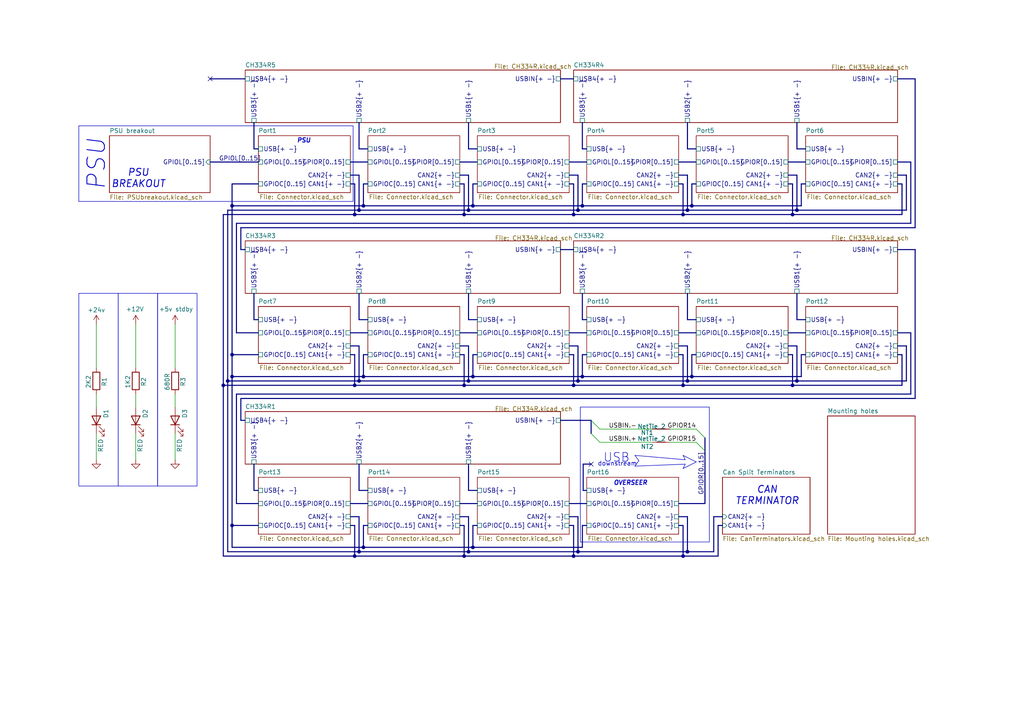
<source format=kicad_sch>
(kicad_sch (version 20231120) (generator "eeschema") (generator_version "8.0")
  (paper "A4")
  (title_block (title "ModuCard Active Backplane") (date "2024-11-15") (rev "A") (company "ModuCard System") (comment 1 "Artem Horiunov"))
  (lib_symbols
    (symbol "Device:LED" (pin_numbers hide) (pin_names (offset 1.016) hide)
      (property "Reference" "D" (at 0 2.54 0))
      (property "Value" "LED" (at 0 -2.54 0))
      (symbol "LED_0_1"
        (polyline (pts (xy -1.27 -1.27) (xy -1.27 1.27)) (stroke (width 0.254)))
        (polyline (pts (xy -1.27 0) (xy 1.27 0)))
        (polyline (pts (xy 1.27 -1.27) (xy 1.27 1.27) (xy -1.27 0) (xy 1.27 -1.27)) (stroke (width 0.254)))
        (polyline (pts (xy -3.048 -0.762) (xy -4.572 -2.286) (xy -3.81 -2.286) (xy -4.572 -2.286) (xy -4.572 -1.524)))
        (polyline (pts (xy -1.778 -0.762) (xy -3.302 -2.286) (xy -2.54 -2.286) (xy -3.302 -2.286) (xy -3.302 -1.524)))
      )
      (symbol "LED_1_1"
        (pin passive line (at -3.81 0 0) (length 2.54) (name "K") (number "1"))
        (pin passive line (at 3.81 0 180) (length 2.54) (name "A") (number "2"))
      )
    )
    (symbol "Device:NetTie_2" (pin_numbers hide) (pin_names (offset 0) hide) (in_bom no)
      (property "Reference" "NT" (at 0 1.27 0))
      (property "Value" "NetTie_2" (at 0 -1.27 0))
      (symbol "NetTie_2_0_1"
        (polyline (pts (xy -1.27 0) (xy 1.27 0)) (stroke (width 0.254)))
      )
      (symbol "NetTie_2_1_1"
        (pin passive line (at -2.54 0 0) (length 2.54) (name "1") (number "1"))
        (pin passive line (at 2.54 0 180) (length 2.54) (name "2") (number "2"))
      )
    )
    (symbol "Device:R" (pin_numbers hide) (pin_names (offset 0))
      (property "Reference" "R" (at 2.032 0 90))
      (property "Value" "R" (at 0 0 90))
      (symbol "R_0_1"
        (rectangle (start -1.016 -2.54) (end 1.016 2.54) (stroke (width 0.254)))
      )
      (symbol "R_1_1"
        (pin passive line (at 0 3.81 270) (length 1.27) (name "~") (number "1"))
        (pin passive line (at 0 -3.81 90) (length 1.27) (name "~") (number "2"))
      )
    )
    (symbol "power:+12V" (power) (pin_numbers hide) (pin_names (offset 0) hide)
      (property "Value" "+12V" (at 0 3.556 0))
      (symbol "+12V_0_1"
        (polyline (pts (xy -0.762 1.27) (xy 0 2.54)))
        (polyline (pts (xy 0 0) (xy 0 2.54)))
        (polyline (pts (xy 0 2.54) (xy 0.762 1.27)))
      )
      (symbol "+12V_1_1"
        (pin power_in line (at 0 0 90) (length 0) (name "~") (number "1"))
      )
    )
    (symbol "power:GND" (power) (pin_numbers hide) (pin_names (offset 0) hide)
      (property "Value" "GND" (at 0 -3.81 0))
      (symbol "GND_0_1"
        (polyline (pts (xy 0 0) (xy 0 -1.27) (xy 1.27 -1.27) (xy 0 -2.54) (xy -1.27 -1.27) (xy 0 -1.27)))
      )
      (symbol "GND_1_1"
        (pin power_in line (at 0 0 270) (length 0) (name "~") (number "1"))
      )
    )
  )
  (junction (at 67.31 109.22))
  (junction (at 199.39 110.49))
  (junction (at 166.37 62.23))
  (junction (at 105.41 158.75))
  (junction (at 198.12 161.29))
  (junction (at 102.87 111.76))
  (junction (at 104.14 110.49))
  (junction (at 104.14 60.96))
  (junction (at 67.31 59.69))
  (junction (at 199.39 60.96))
  (junction (at 135.89 60.96))
  (junction (at 168.91 109.22))
  (junction (at 137.16 158.75))
  (junction (at 135.89 110.49))
  (junction (at 200.66 109.22))
  (junction (at 64.77 111.76))
  (junction (at 134.62 62.23))
  (junction (at 199.39 160.02))
  (junction (at 67.31 102.87))
  (junction (at 200.66 59.69))
  (junction (at 231.14 110.49))
  (junction (at 66.04 110.49))
  (junction (at 137.16 59.69))
  (junction (at 104.14 160.02))
  (junction (at 166.37 161.29))
  (junction (at 229.87 62.23))
  (junction (at 167.64 60.96))
  (junction (at 231.14 60.96))
  (junction (at 134.62 111.76))
  (junction (at 137.16 109.22))
  (junction (at 198.12 62.23))
  (junction (at 102.87 62.23))
  (junction (at 229.87 111.76))
  (junction (at 167.64 110.49))
  (junction (at 166.37 111.76))
  (junction (at 134.62 161.29))
  (junction (at 105.41 109.22))
  (junction (at 168.91 59.69))
  (junction (at 198.12 111.76))
  (junction (at 105.41 59.69))
  (junction (at 67.31 152.4))
  (junction (at 102.87 161.29))
  (junction (at 167.64 160.02))
  (junction (at 135.89 160.02))
  (no_connect (at 60.96 22.86))
  (no_connect (at 171.45 134.62))
  (bus_entry (at 171.45 125.73) (size 2.54 2.54))
  (bus_entry (at 204.47 130.81) (size -2.54 -2.54))
  (bus_entry (at 171.45 121.92) (size 2.54 2.54))
  (bus_entry (at 204.47 127) (size -2.54 -2.54))
  (bus (pts (xy 167.64 149.86) (xy 167.64 160.02)))
  (bus (pts (xy 66.04 160.02) (xy 104.14 160.02)))
  (bus (pts (xy 165.1 46.99) (xy 170.18 46.99)))
  (bus (pts (xy 135.89 110.49) (xy 167.64 110.49)))
  (bus (pts (xy 165.1 96.52) (xy 170.18 96.52)))
  (bus (pts (xy 166.37 53.34) (xy 166.37 62.23)))
  (bus (pts (xy 67.31 59.69) (xy 105.41 59.69)))
  (bus (pts (xy 198.12 102.87) (xy 198.12 111.76)))
  (bus (pts (xy 261.62 111.76) (xy 261.62 102.87)))
  (wire (pts (xy 27.94 125.73) (xy 27.94 133.35)))
  (bus (pts (xy 229.87 62.23) (xy 198.12 62.23)))
  (wire (pts (xy 39.37 114.3) (xy 39.37 118.11)))
  (bus (pts (xy 135.89 60.96) (xy 167.64 60.96)))
  (bus (pts (xy 104.14 35.56) (xy 104.14 43.18)))
  (bus (pts (xy 264.16 114.3) (xy 68.58 114.3)))
  (bus (pts (xy 232.41 53.34) (xy 232.41 59.69)))
  (bus (pts (xy 165.1 100.33) (xy 167.64 100.33)))
  (wire (pts (xy 39.37 125.73) (xy 39.37 133.35)))
  (bus (pts (xy 104.14 92.71) (xy 106.68 92.71)))
  (bus (pts (xy 165.1 146.05) (xy 170.18 146.05)))
  (bus (pts (xy 102.87 53.34) (xy 102.87 62.23)))
  (bus (pts (xy 68.58 114.3) (xy 68.58 146.05)))
  (bus (pts (xy 228.6 50.8) (xy 231.14 50.8)))
  (bus (pts (xy 101.6 100.33) (xy 104.14 100.33)))
  (bus (pts (xy 232.41 102.87) (xy 232.41 109.22)))
  (bus (pts (xy 102.87 161.29) (xy 64.77 161.29)))
  (bus (pts (xy 134.62 152.4) (xy 134.62 161.29)))
  (bus (pts (xy 73.66 134.62) (xy 73.66 142.24)))
  (bus (pts (xy 231.14 100.33) (xy 231.14 110.49)))
  (bus (pts (xy 207.01 149.86) (xy 209.55 149.86)))
  (bus (pts (xy 199.39 100.33) (xy 199.39 110.49)))
  (bus (pts (xy 207.01 160.02) (xy 207.01 149.86)))
  (bus (pts (xy 264.16 96.52) (xy 260.35 96.52)))
  (bus (pts (xy 73.66 35.56) (xy 73.66 43.18)))
  (bus (pts (xy 168.91 158.75) (xy 137.16 158.75)))
  (bus (pts (xy 106.68 53.34) (xy 105.41 53.34)))
  (bus (pts (xy 134.62 53.34) (xy 134.62 62.23)))
  (bus (pts (xy 167.64 110.49) (xy 199.39 110.49)))
  (bus (pts (xy 200.66 109.22) (xy 168.91 109.22)))
  (bus (pts (xy 199.39 110.49) (xy 231.14 110.49)))
  (bus (pts (xy 228.6 100.33) (xy 231.14 100.33)))
  (bus (pts (xy 229.87 111.76) (xy 198.12 111.76)))
  (bus (pts (xy 104.14 50.8) (xy 104.14 60.96)))
  (bus (pts (xy 104.14 60.96) (xy 66.04 60.96)))
  (bus (pts (xy 165.1 152.4) (xy 166.37 152.4)))
  (bus (pts (xy 167.64 100.33) (xy 167.64 110.49)))
  (bus (pts (xy 201.93 102.87) (xy 200.66 102.87)))
  (bus (pts (xy 105.41 102.87) (xy 105.41 109.22)))
  (bus (pts (xy 168.91 43.18) (xy 170.18 43.18)))
  (bus (pts (xy 208.28 152.4) (xy 208.28 161.29)))
  (bus (pts (xy 135.89 50.8) (xy 135.89 60.96)))
  (bus (pts (xy 198.12 161.29) (xy 166.37 161.29)))
  (polyline (pts (xy 198.12 135.89) (xy 201.93 133.985)))
  (polyline (pts (xy 185.293 133.604) (xy 184.1667 135.1963)))
  (bus (pts (xy 167.64 50.8) (xy 167.64 60.96)))
  (bus (pts (xy 138.43 53.34) (xy 137.16 53.34)))
  (wire (pts (xy 27.94 106.68) (xy 27.94 93.98)))
  (bus (pts (xy 133.35 146.05) (xy 138.43 146.05)))
  (bus (pts (xy 170.18 102.87) (xy 168.91 102.87)))
  (bus (pts (xy 101.6 96.52) (xy 106.68 96.52)))
  (bus (pts (xy 134.62 102.87) (xy 134.62 111.76)))
  (bus (pts (xy 231.14 60.96) (xy 262.89 60.96)))
  (bus (pts (xy 69.85 115.57) (xy 265.43 115.57)))
  (bus (pts (xy 135.89 35.56) (xy 135.89 43.18)))
  (bus (pts (xy 231.14 110.49) (xy 262.89 110.49)))
  (bus (pts (xy 198.12 53.34) (xy 198.12 62.23)))
  (polyline (pts (xy 198.12 132.08) (xy 198.755 133.35)))
  (bus (pts (xy 204.47 127) (xy 204.47 130.81)))
  (bus (pts (xy 165.1 50.8) (xy 167.64 50.8)))
  (bus (pts (xy 233.68 53.34) (xy 232.41 53.34)))
  (bus (pts (xy 133.35 149.86) (xy 135.89 149.86)))
  (bus (pts (xy 134.62 62.23) (xy 102.87 62.23)))
  (bus (pts (xy 166.37 152.4) (xy 166.37 161.29)))
  (bus (pts (xy 104.14 85.09) (xy 104.14 92.71)))
  (bus (pts (xy 133.35 102.87) (xy 134.62 102.87)))
  (bus (pts (xy 106.68 152.4) (xy 105.41 152.4)))
  (bus (pts (xy 169.1525 134.62) (xy 171.45 134.62)))
  (bus (pts (xy 262.89 100.33) (xy 260.35 100.33)))
  (bus (pts (xy 105.41 53.34) (xy 105.41 59.69)))
  (bus (pts (xy 104.14 134.62) (xy 104.14 142.24)))
  (polyline (pts (xy 198.755 134.62) (xy 198.12 135.89)))
  (bus (pts (xy 104.14 149.86) (xy 104.14 160.02)))
  (bus (pts (xy 231.14 43.18) (xy 233.68 43.18)))
  (bus (pts (xy 162.56 72.39) (xy 166.37 72.39)))
  (bus (pts (xy 209.55 152.4) (xy 208.28 152.4)))
  (bus (pts (xy 166.37 62.23) (xy 134.62 62.23)))
  (bus (pts (xy 265.43 72.39) (xy 260.35 72.39)))
  (bus (pts (xy 138.43 102.87) (xy 137.16 102.87)))
  (bus (pts (xy 196.85 149.86) (xy 199.39 149.86)))
  (bus (pts (xy 169.1525 142.24) (xy 169.1525 134.62)))
  (bus (pts (xy 66.04 110.49) (xy 66.04 160.02)))
  (bus (pts (xy 137.16 109.22) (xy 105.41 109.22)))
  (bus (pts (xy 166.37 111.76) (xy 134.62 111.76)))
  (bus (pts (xy 200.66 102.87) (xy 200.66 109.22)))
  (bus (pts (xy 228.6 46.99) (xy 233.68 46.99)))
  (bus (pts (xy 229.87 111.76) (xy 261.62 111.76)))
  (bus (pts (xy 104.14 60.96) (xy 135.89 60.96)))
  (bus (pts (xy 265.43 66.04) (xy 265.43 22.86)))
  (bus (pts (xy 196.85 100.33) (xy 199.39 100.33)))
  (bus (pts (xy 231.14 50.8) (xy 231.14 60.96)))
  (bus (pts (xy 104.14 142.24) (xy 106.68 142.24)))
  (bus (pts (xy 198.12 111.76) (xy 166.37 111.76)))
  (bus (pts (xy 167.64 160.02) (xy 199.39 160.02)))
  (bus (pts (xy 67.31 102.87) (xy 67.31 59.69)))
  (bus (pts (xy 199.39 43.18) (xy 201.93 43.18)))
  (bus (pts (xy 135.89 134.62) (xy 135.89 142.24)))
  (bus (pts (xy 168.91 102.87) (xy 168.91 109.22)))
  (bus (pts (xy 105.41 158.75) (xy 67.31 158.75)))
  (bus (pts (xy 262.89 50.8) (xy 260.35 50.8)))
  (bus (pts (xy 60.96 46.99) (xy 74.93 46.99)))
  (bus (pts (xy 200.66 59.69) (xy 168.91 59.69)))
  (bus (pts (xy 196.85 146.05) (xy 204.47 146.05)))
  (bus (pts (xy 134.62 111.76) (xy 102.87 111.76)))
  (bus (pts (xy 228.6 96.52) (xy 233.68 96.52)))
  (bus (pts (xy 104.14 110.49) (xy 135.89 110.49)))
  (bus (pts (xy 67.31 53.34) (xy 67.31 59.69)))
  (bus (pts (xy 60.96 22.86) (xy 71.12 22.86)))
  (bus (pts (xy 73.66 85.09) (xy 73.66 92.71)))
  (bus (pts (xy 199.39 50.8) (xy 199.39 60.96)))
  (bus (pts (xy 204.47 130.81) (xy 204.47 146.05)))
  (bus (pts (xy 133.35 46.99) (xy 138.43 46.99)))
  (polyline (pts (xy 184.1667 135.1963) (xy 198.755 134.62)))
  (bus (pts (xy 133.35 53.34) (xy 134.62 53.34)))
  (bus (pts (xy 170.18 142.24) (xy 169.1525 142.24)))
  (bus (pts (xy 71.12 72.39) (xy 69.85 72.39)))
  (bus (pts (xy 260.35 53.34) (xy 261.62 53.34)))
  (bus (pts (xy 199.39 85.09) (xy 199.39 92.71)))
  (bus (pts (xy 168.91 92.71) (xy 170.18 92.71)))
  (bus (pts (xy 228.6 53.34) (xy 229.87 53.34)))
  (bus (pts (xy 196.85 46.99) (xy 201.93 46.99)))
  (bus (pts (xy 264.16 114.3) (xy 264.16 96.52)))
  (bus (pts (xy 66.04 60.96) (xy 66.04 110.49)))
  (bus (pts (xy 229.87 53.34) (xy 229.87 62.23)))
  (bus (pts (xy 64.77 111.76) (xy 64.77 62.23)))
  (wire (pts (xy 50.8 106.68) (xy 50.8 93.98)))
  (bus (pts (xy 165.1 102.87) (xy 166.37 102.87)))
  (bus (pts (xy 228.6 102.87) (xy 229.87 102.87)))
  (bus (pts (xy 64.77 161.29) (xy 64.77 111.76)))
  (bus (pts (xy 166.37 161.29) (xy 134.62 161.29)))
  (bus (pts (xy 133.35 100.33) (xy 135.89 100.33)))
  (bus (pts (xy 73.66 43.18) (xy 74.93 43.18)))
  (bus (pts (xy 69.85 66.04) (xy 265.43 66.04)))
  (bus (pts (xy 104.14 160.02) (xy 135.89 160.02)))
  (bus (pts (xy 166.37 102.87) (xy 166.37 111.76)))
  (bus (pts (xy 67.31 152.4) (xy 67.31 109.22)))
  (bus (pts (xy 137.16 158.75) (xy 105.41 158.75)))
  (bus (pts (xy 106.68 102.87) (xy 105.41 102.87)))
  (bus (pts (xy 135.89 149.86) (xy 135.89 160.02)))
  (wire (pts (xy 50.8 114.3) (xy 50.8 118.11)))
  (bus (pts (xy 102.87 102.87) (xy 102.87 111.76)))
  (bus (pts (xy 67.31 158.75) (xy 67.31 152.4)))
  (bus (pts (xy 101.6 50.8) (xy 104.14 50.8)))
  (bus (pts (xy 168.91 109.22) (xy 137.16 109.22)))
  (bus (pts (xy 233.68 102.87) (xy 232.41 102.87)))
  (bus (pts (xy 170.18 53.34) (xy 168.91 53.34)))
  (bus (pts (xy 201.93 53.34) (xy 200.66 53.34)))
  (bus (pts (xy 135.89 92.71) (xy 138.43 92.71)))
  (bus (pts (xy 231.14 35.56) (xy 231.14 43.18)))
  (bus (pts (xy 67.31 109.22) (xy 67.31 102.87)))
  (bus (pts (xy 101.6 102.87) (xy 102.87 102.87)))
  (bus (pts (xy 74.93 53.34) (xy 67.31 53.34)))
  (bus (pts (xy 137.16 59.69) (xy 105.41 59.69)))
  (bus (pts (xy 232.41 109.22) (xy 200.66 109.22)))
  (bus (pts (xy 101.6 152.4) (xy 102.87 152.4)))
  (bus (pts (xy 229.87 62.23) (xy 261.62 62.23)))
  (bus (pts (xy 68.58 146.05) (xy 74.93 146.05)))
  (bus (pts (xy 261.62 62.23) (xy 261.62 53.34)))
  (bus (pts (xy 199.39 92.71) (xy 201.93 92.71)))
  (bus (pts (xy 167.64 60.96) (xy 199.39 60.96)))
  (bus (pts (xy 133.35 50.8) (xy 135.89 50.8)))
  (bus (pts (xy 264.16 46.99) (xy 264.16 64.77)))
  (bus (pts (xy 102.87 152.4) (xy 102.87 161.29)))
  (bus (pts (xy 138.43 152.4) (xy 137.16 152.4)))
  (bus (pts (xy 165.1 53.34) (xy 166.37 53.34)))
  (bus (pts (xy 199.39 149.86) (xy 199.39 160.02)))
  (bus (pts (xy 64.77 62.23) (xy 102.87 62.23)))
  (bus (pts (xy 170.18 152.4) (xy 168.91 152.4)))
  (wire (pts (xy 27.94 114.3) (xy 27.94 118.11)))
  (wire (pts (xy 50.8 125.73) (xy 50.8 133.35)))
  (bus (pts (xy 262.89 110.49) (xy 262.89 100.33)))
  (bus (pts (xy 196.85 96.52) (xy 201.93 96.52)))
  (bus (pts (xy 133.35 152.4) (xy 134.62 152.4)))
  (bus (pts (xy 135.89 160.02) (xy 167.64 160.02)))
  (bus (pts (xy 168.91 152.4) (xy 168.91 158.75)))
  (bus (pts (xy 265.43 115.57) (xy 265.43 72.39)))
  (bus (pts (xy 162.56 121.92) (xy 171.45 121.92)))
  (bus (pts (xy 168.91 53.34) (xy 168.91 59.69)))
  (bus (pts (xy 199.39 60.96) (xy 231.14 60.96)))
  (bus (pts (xy 198.12 62.23) (xy 166.37 62.23)))
  (bus (pts (xy 196.85 102.87) (xy 198.12 102.87)))
  (wire (pts (xy 201.93 128.27) (xy 194.31 128.27)))
  (bus (pts (xy 232.41 59.69) (xy 200.66 59.69)))
  (bus (pts (xy 68.58 64.77) (xy 68.58 96.52)))
  (bus (pts (xy 135.89 142.24) (xy 138.43 142.24)))
  (bus (pts (xy 135.89 100.33) (xy 135.89 110.49)))
  (bus (pts (xy 165.1 149.86) (xy 167.64 149.86)))
  (wire (pts (xy 39.37 106.68) (xy 39.37 93.98)))
  (bus (pts (xy 133.35 96.52) (xy 138.43 96.52)))
  (bus (pts (xy 101.6 53.34) (xy 102.87 53.34)))
  (bus (pts (xy 208.28 161.29) (xy 198.12 161.29)))
  (bus (pts (xy 105.41 152.4) (xy 105.41 158.75)))
  (polyline (pts (xy 184.15 132.08) (xy 185.293 133.604)))
  (bus (pts (xy 135.89 43.18) (xy 138.43 43.18)))
  (bus (pts (xy 137.16 53.34) (xy 137.16 59.69)))
  (bus (pts (xy 67.31 102.87) (xy 74.93 102.87)))
  (bus (pts (xy 264.16 64.77) (xy 68.58 64.77)))
  (polyline (pts (xy 201.93 133.985) (xy 198.12 132.08)))
  (bus (pts (xy 104.14 100.33) (xy 104.14 110.49)))
  (bus (pts (xy 134.62 161.29) (xy 102.87 161.29)))
  (bus (pts (xy 199.39 160.02) (xy 207.01 160.02)))
  (bus (pts (xy 196.85 50.8) (xy 199.39 50.8)))
  (bus (pts (xy 73.66 92.71) (xy 74.93 92.71)))
  (bus (pts (xy 69.85 121.92) (xy 69.85 115.57)))
  (bus (pts (xy 262.89 60.96) (xy 262.89 50.8)))
  (wire (pts (xy 194.31 124.46) (xy 201.93 124.46)))
  (bus (pts (xy 73.66 142.24) (xy 74.93 142.24)))
  (bus (pts (xy 101.6 46.99) (xy 106.68 46.99)))
  (bus (pts (xy 196.85 53.34) (xy 198.12 53.34)))
  (bus (pts (xy 162.56 22.86) (xy 166.37 22.86)))
  (bus (pts (xy 66.04 110.49) (xy 104.14 110.49)))
  (bus (pts (xy 231.14 92.71) (xy 233.68 92.71)))
  (wire (pts (xy 173.99 128.27) (xy 189.23 128.27)))
  (bus (pts (xy 137.16 102.87) (xy 137.16 109.22)))
  (bus (pts (xy 67.31 152.4) (xy 74.93 152.4)))
  (bus (pts (xy 199.39 35.56) (xy 199.39 43.18)))
  (bus (pts (xy 71.12 121.92) (xy 69.85 121.92)))
  (bus (pts (xy 260.35 46.99) (xy 264.16 46.99)))
  (bus (pts (xy 101.6 149.86) (xy 104.14 149.86)))
  (wire (pts (xy 173.99 124.46) (xy 189.23 124.46)))
  (bus (pts (xy 69.85 72.39) (xy 69.85 66.04)))
  (bus (pts (xy 104.14 43.18) (xy 106.68 43.18)))
  (bus (pts (xy 168.91 85.09) (xy 168.91 92.71)))
  (bus (pts (xy 168.91 35.56) (xy 168.91 43.18)))
  (bus (pts (xy 102.87 111.76) (xy 64.77 111.76)))
  (bus (pts (xy 135.89 85.09) (xy 135.89 92.71)))
  (bus (pts (xy 231.14 85.09) (xy 231.14 92.71)))
  (bus (pts (xy 200.66 53.34) (xy 200.66 59.69)))
  (bus (pts (xy 229.87 102.87) (xy 229.87 111.76)))
  (bus (pts (xy 260.35 102.87) (xy 261.62 102.87)))
  (bus (pts (xy 198.12 152.4) (xy 198.12 161.29)))
  (bus (pts (xy 168.91 59.69) (xy 137.16 59.69)))
  (polyline (pts (xy 198.755 133.35) (xy 184.15 132.08)))
  (bus (pts (xy 68.58 96.52) (xy 74.93 96.52)))
  (bus (pts (xy 265.43 22.86) (xy 260.35 22.86)))
  (bus (pts (xy 105.41 109.22) (xy 67.31 109.22)))
  (bus (pts (xy 101.6 146.05) (xy 106.68 146.05)))
  (bus (pts (xy 196.85 152.4) (xy 198.12 152.4)))
  (bus (pts (xy 171.45 121.92) (xy 171.45 125.73)))
  (bus (pts (xy 137.16 152.4) (xy 137.16 158.75)))
  (rectangle (start 168.3111 118.0625) (end 205.74 157.1978))
  (rectangle (start 34.29 85.09) (end 45.72 140.97))
  (rectangle (start 45.72 85.09) (end 57.15 140.97))
  (rectangle (start 22.86 85.09) (end 34.29 140.97))
  (rectangle (start 22.86 36.4964) (end 102.4215 58.42))
  (text "OVERSEER" (at 182.88 140.208 0) (effects (font (size 1.27 1.27) (thickness 0.254) (bold yes) (italic yes))))
  (text "PSU" (at 27.94 47.752 90) (effects (font (size 5.08 5.08) (thickness 0.254) (bold yes) (italic yes))))
  (text "PSU" (at 88.138 40.894 0) (effects (font (size 1.27 1.27) (thickness 0.254) (bold yes) (italic yes))))
  (text "downstream" (at 179.07 134.62 0) (effects (font (size 1.27 1.27))))
  (text "PSU\nBREAKOUT" (at 40.132 51.816 0) (effects (font (size 2.032 2.032) (thickness 0.254) (bold yes) (italic yes))))
  (text "CAN\nTERMINATOR\n" (at 222.504 143.764 0) (effects (font (size 2.032 2.032) (thickness 0.254) (bold yes) (italic yes))))
  (text "USB\n" (at 178.816 132.842 0) (effects (font (size 2.54 2.54))))
  (label "USBIN.+" (at 176.53 128.27 0))
  (label "USBIN.-" (at 176.53 124.46 0))
  (label "GPIOL[0..15]" (at 63.5 46.99 0))
  (label "GPIOR14" (at 201.93 124.46 180))
  (label "GPIOR15" (at 201.93 128.27 180))
  (label "GPIOR[0..15]" (at 204.47 143.51 90))
  (symbol (lib_id "power:+12V") (at 27.94 93.98 0) (mirror y) (unit 1)
    (property "Reference" "#PWR01" (effects (hide yes)))
    (property "Value" "+24v" (at 27.94 89.916 0))
    (property "Description" "Power symbol creates a global label with name \"+12V\"" (effects (hide yes)))
  )
  (symbol (lib_id "Device:R") (at 27.94 110.49 0) (unit 1)
    (property "Reference" "R1" (at 30.226 110.744 90))
    (property "Value" "2K2" (at 25.654 110.744 90))
    (property "Footprint" "Resistor_SMD:R_0402_1005Metric" (effects (hide yes)))
    (property "Description" "Resistor" (effects (hide yes)))
  )
  (symbol (lib_id "Device:R") (at 50.8 110.49 0) (unit 1)
    (property "Reference" "R3" (at 53.086 110.744 90))
    (property "Value" "680R" (at 48.514 110.744 90))
    (property "Footprint" "Resistor_SMD:R_0402_1005Metric" (effects (hide yes)))
    (property "Description" "Resistor" (effects (hide yes)))
  )
  (symbol (lib_id "power:+12V") (at 50.8 93.98 0) (unit 1)
    (property "Reference" "#PWR03" (effects (hide yes)))
    (property "Value" "+5v stdby" (at 51.054 89.662 0))
    (property "Description" "Power symbol creates a global label with name \"+12V\"" (effects (hide yes)))
  )
  (symbol (lib_id "power:GND") (at 50.8 133.35 0) (unit 1)
    (property "Reference" "#PWR06" (effects (hide yes)))
    (property "Value" "GND" (effects (hide yes)))
  )
  (symbol (lib_id "Device:LED") (at 27.94 121.92 90) (unit 1)
    (property "Reference" "D1" (at 30.734 118.618 0) (effects (justify right)))
    (property "Value" "RED" (at 29.21 127.254 0) (effects (justify right)))
    (property "Footprint" "Diode_SMD:D_0402_1005Metric" (effects (hide yes)))
    (property "Description" "Light emitting diode" (effects (hide yes)))
  )
  (symbol (lib_id "Device:LED") (at 39.37 121.92 90) (unit 1)
    (property "Reference" "D2" (at 42.164 118.618 0) (effects (justify right)))
    (property "Value" "RED" (at 40.64 127.254 0) (effects (justify right)))
    (property "Footprint" "Diode_SMD:D_0402_1005Metric" (effects (hide yes)))
    (property "Description" "Light emitting diode" (effects (hide yes)))
  )
  (symbol (lib_id "power:GND") (at 39.37 133.35 0) (unit 1)
    (property "Reference" "#PWR05" (effects (hide yes)))
    (property "Value" "GND" (effects (hide yes)))
  )
  (symbol (lib_id "power:+12V") (at 39.37 93.98 0) (mirror y) (unit 1)
    (property "Reference" "#PWR02" (effects (hide yes)))
    (property "Value" "+12V" (at 39.116 89.662 0))
    (property "Description" "Power symbol creates a global label with name \"+12V\"" (effects (hide yes)))
  )
  (symbol (lib_id "Device:NetTie_2") (at 191.77 124.46 0) (unit 1) (in_bom no)
    (property "Reference" "NT1" (at 187.706 125.476 0))
    (property "Value" "NetTie_2" (at 188.976 123.698 0))
    (property "Footprint" "NetTie:NetTie-2_SMD_Pad0.5mm" (effects (hide yes)))
    (property "Description" "Net tie, 2 pins" (effects (hide yes)))
  )
  (symbol (lib_id "power:GND") (at 27.94 133.35 0) (unit 1)
    (property "Reference" "#PWR04" (effects (hide yes)))
    (property "Value" "GND" (effects (hide yes)))
  )
  (symbol (lib_id "Device:NetTie_2") (at 191.77 128.27 0) (unit 1) (in_bom no)
    (property "Reference" "NT2" (at 187.706 129.54 0))
    (property "Value" "NetTie_2" (at 188.976 127.254 0))
    (property "Footprint" "NetTie:NetTie-2_SMD_Pad0.5mm" (effects (hide yes)))
    (property "Description" "Net tie, 2 pins" (effects (hide yes)))
  )
  (symbol (lib_id "Device:R") (at 39.37 110.49 0) (unit 1)
    (property "Reference" "R2" (at 41.656 110.744 90))
    (property "Value" "1K2" (at 37.084 110.744 90))
    (property "Footprint" "Resistor_SMD:R_0402_1005Metric" (effects (hide yes)))
    (property "Description" "Resistor" (effects (hide yes)))
  )
  (symbol (lib_id "Device:LED") (at 50.8 121.92 90) (unit 1)
    (property "Reference" "D3" (at 53.594 118.618 0) (effects (justify right)))
    (property "Value" "RED" (at 52.07 127.254 0) (effects (justify right)))
    (property "Footprint" "Diode_SMD:D_0402_1005Metric" (effects (hide yes)))
    (property "Description" "Light emitting diode" (effects (hide yes)))
  )
  (sheet (at 166.37 69.85) (size 93.98 15.24) (stroke (width 0.1524))
    (property "Sheetname" "CH334R2" (at 166.37 69.1384 0) (effects (justify left bottom)))
    (property "Sheetfile" "CH334R.kicad_sch" (at 241.046 68.326 0) (effects (justify left top)))
    (pin "USB1{+ -}" passive (at 231.14 85.09 270))
    (pin "USB3{+ -}" passive (at 168.91 85.09 270))
    (pin "USB2{+ -}" passive (at 199.39 85.09 270))
    (pin "USB4{+ -}" passive (at 166.37 72.39 180))
    (pin "USBIN{+ -}" passive (at 260.35 72.39 0))
  )
  (sheet (at 240.03 120.65) (size 25.4 34.29) (stroke (width 0.1524))
    (property "Sheetname" "Mounting holes" (at 240.03 119.9384 0) (effects (justify left bottom)))
    (property "Sheetfile" "Mounting holes.kicad_sch" (at 240.03 155.5246 0) (effects (justify left top)))
  )
  (sheet (at 71.12 20.32) (size 91.44 15.24) (stroke (width 0.1524))
    (property "Sheetname" "CH334R5" (at 71.12 19.6084 0) (effects (justify left bottom)))
    (property "Sheetfile" "CH334R.kicad_sch" (at 143.256 18.542 0) (effects (justify left top)))
    (pin "USB1{+ -}" passive (at 135.89 35.56 270))
    (pin "USB3{+ -}" passive (at 73.66 35.56 270))
    (pin "USB2{+ -}" passive (at 104.14 35.56 270))
    (pin "USB4{+ -}" passive (at 71.12 22.86 180))
    (pin "USBIN{+ -}" passive (at 162.56 22.86 0))
  )
  (sheet (at 209.55 138.43) (size 25.4 16.51) (stroke (width 0.1524))
    (property "Sheetname" "Can Split Terminators" (at 209.55 137.7184 0) (effects (justify left bottom)))
    (property "Sheetfile" "CanTerminators.kicad_sch" (at 209.55 155.5246 0) (effects (justify left top)))
    (pin "CAN2{+ -}" input (at 209.55 149.86 180))
    (pin "CAN1{+ -}" input (at 209.55 152.4 180))
  )
  (sheet (at 170.18 39.37) (size 26.67 16.51) (stroke (width 0.1524))
    (property "Sheetname" "Port4" (at 170.18 38.608 0) (effects (justify left bottom)))
    (property "Sheetfile" "Connector.kicad_sch" (at 170.434 56.388 0) (effects (justify left top)))
    (pin "GPIOL[0..15]" passive (at 170.18 46.99 180))
    (pin "GPIOC[0..15]" passive (at 170.18 53.34 180))
    (pin "GPIOR[0..15]" passive (at 196.85 46.99 0))
    (pin "CAN2{+ -}" passive (at 196.85 50.8 0))
    (pin "CAN1{+ -}" passive (at 196.85 53.34 0))
    (pin "USB{+ -}" passive (at 170.18 43.18 180))
  )
  (sheet (at 201.93 39.37) (size 26.67 16.51) (stroke (width 0.1524))
    (property "Sheetname" "Port5" (at 201.93 38.608 0) (effects (justify left bottom)))
    (property "Sheetfile" "Connector.kicad_sch" (at 202.184 56.388 0) (effects (justify left top)))
    (pin "GPIOL[0..15]" passive (at 201.93 46.99 180))
    (pin "GPIOC[0..15]" passive (at 201.93 53.34 180))
    (pin "GPIOR[0..15]" passive (at 228.6 46.99 0))
    (pin "CAN2{+ -}" passive (at 228.6 50.8 0))
    (pin "CAN1{+ -}" passive (at 228.6 53.34 0))
    (pin "USB{+ -}" passive (at 201.93 43.18 180))
  )
  (sheet (at 166.37 20.32) (size 93.98 15.24) (stroke (width 0.1524))
    (property "Sheetname" "CH334R4" (at 166.37 19.6084 0) (effects (justify left bottom)))
    (property "Sheetfile" "CH334R.kicad_sch" (at 241.046 18.796 0) (effects (justify left top)))
    (pin "USB1{+ -}" passive (at 231.14 35.56 270))
    (pin "USB3{+ -}" passive (at 168.91 35.56 270))
    (pin "USB2{+ -}" passive (at 199.39 35.56 270))
    (pin "USB4{+ -}" passive (at 166.37 22.86 180))
    (pin "USBIN{+ -}" passive (at 260.35 22.86 0))
  )
  (sheet (at 71.12 69.85) (size 91.44 15.24) (stroke (width 0.1524))
    (property "Sheetname" "CH334R3" (at 71.12 69.1384 0) (effects (justify left bottom)))
    (property "Sheetfile" "CH334R.kicad_sch" (at 143.51 68.326 0) (effects (justify left top)))
    (pin "USB1{+ -}" passive (at 135.89 85.09 270))
    (pin "USB3{+ -}" passive (at 73.66 85.09 270))
    (pin "USB2{+ -}" passive (at 104.14 85.09 270))
    (pin "USB4{+ -}" passive (at 71.12 72.39 180))
    (pin "USBIN{+ -}" passive (at 162.56 72.39 0))
  )
  (sheet (at 74.93 39.37) (size 26.67 16.51) (stroke (width 0.1524))
    (property "Sheetname" "Port1" (at 74.93 38.608 0) (effects (justify left bottom)))
    (property "Sheetfile" "Connector.kicad_sch" (at 75.184 56.388 0) (effects (justify left top)))
    (pin "GPIOL[0..15]" passive (at 74.93 46.99 180))
    (pin "GPIOC[0..15]" passive (at 74.93 53.34 180))
    (pin "GPIOR[0..15]" passive (at 101.6 46.99 0))
    (pin "CAN2{+ -}" passive (at 101.6 50.8 0))
    (pin "CAN1{+ -}" passive (at 101.6 53.34 0))
    (pin "USB{+ -}" passive (at 74.93 43.18 180))
  )
  (sheet (at 233.68 88.9) (size 26.67 16.51) (stroke (width 0.1524))
    (property "Sheetname" "Port12" (at 233.68 88.138 0) (effects (justify left bottom)))
    (property "Sheetfile" "Connector.kicad_sch" (at 233.934 105.918 0) (effects (justify left top)))
    (pin "GPIOL[0..15]" passive (at 233.68 96.52 180))
    (pin "GPIOC[0..15]" passive (at 233.68 102.87 180))
    (pin "GPIOR[0..15]" passive (at 260.35 96.52 0))
    (pin "CAN2{+ -}" passive (at 260.35 100.33 0))
    (pin "CAN1{+ -}" passive (at 260.35 102.87 0))
    (pin "USB{+ -}" passive (at 233.68 92.71 180))
  )
  (sheet (at 74.93 138.43) (size 26.67 16.51) (stroke (width 0.1524))
    (property "Sheetname" "Port13" (at 74.93 137.668 0) (effects (justify left bottom)))
    (property "Sheetfile" "Connector.kicad_sch" (at 75.184 155.448 0) (effects (justify left top)))
    (pin "GPIOL[0..15]" passive (at 74.93 146.05 180))
    (pin "GPIOC[0..15]" passive (at 74.93 152.4 180))
    (pin "GPIOR[0..15]" passive (at 101.6 146.05 0))
    (pin "CAN2{+ -}" passive (at 101.6 149.86 0))
    (pin "CAN1{+ -}" passive (at 101.6 152.4 0))
    (pin "USB{+ -}" passive (at 74.93 142.24 180))
  )
  (sheet (at 233.68 39.37) (size 26.67 16.51) (stroke (width 0.1524))
    (property "Sheetname" "Port6" (at 233.68 38.608 0) (effects (justify left bottom)))
    (property "Sheetfile" "Connector.kicad_sch" (at 233.934 56.388 0) (effects (justify left top)))
    (pin "GPIOL[0..15]" passive (at 233.68 46.99 180))
    (pin "GPIOC[0..15]" passive (at 233.68 53.34 180))
    (pin "GPIOR[0..15]" passive (at 260.35 46.99 0))
    (pin "CAN2{+ -}" passive (at 260.35 50.8 0))
    (pin "CAN1{+ -}" passive (at 260.35 53.34 0))
    (pin "USB{+ -}" passive (at 233.68 43.18 180))
  )
  (sheet (at 106.68 88.9) (size 26.67 16.51) (stroke (width 0.1524))
    (property "Sheetname" "Port8" (at 106.68 88.138 0) (effects (justify left bottom)))
    (property "Sheetfile" "Connector.kicad_sch" (at 106.934 105.918 0) (effects (justify left top)))
    (pin "GPIOL[0..15]" passive (at 106.68 96.52 180))
    (pin "GPIOC[0..15]" passive (at 106.68 102.87 180))
    (pin "GPIOR[0..15]" passive (at 133.35 96.52 0))
    (pin "CAN2{+ -}" passive (at 133.35 100.33 0))
    (pin "CAN1{+ -}" passive (at 133.35 102.87 0))
    (pin "USB{+ -}" passive (at 106.68 92.71 180))
  )
  (sheet (at 201.93 88.9) (size 26.67 16.51) (stroke (width 0.1524))
    (property "Sheetname" "Port11" (at 201.93 88.138 0) (effects (justify left bottom)))
    (property "Sheetfile" "Connector.kicad_sch" (at 202.184 105.918 0) (effects (justify left top)))
    (pin "GPIOL[0..15]" passive (at 201.93 96.52 180))
    (pin "GPIOC[0..15]" passive (at 201.93 102.87 180))
    (pin "GPIOR[0..15]" passive (at 228.6 96.52 0))
    (pin "CAN2{+ -}" passive (at 228.6 100.33 0))
    (pin "CAN1{+ -}" passive (at 228.6 102.87 0))
    (pin "USB{+ -}" passive (at 201.93 92.71 180))
  )
  (sheet (at 71.12 119.38) (size 91.44 15.24) (stroke (width 0.1524))
    (property "Sheetname" "CH334R1" (at 71.12 118.6684 0) (effects (justify left bottom)))
    (property "Sheetfile" "CH334R.kicad_sch" (at 143.51 117.856 0) (effects (justify left top)))
    (pin "USB1{+ -}" passive (at 135.89 134.62 270))
    (pin "USB3{+ -}" passive (at 73.66 134.62 270))
    (pin "USB2{+ -}" passive (at 104.14 134.62 270))
    (pin "USB4{+ -}" passive (at 71.12 121.92 180))
    (pin "USBIN{+ -}" passive (at 162.56 121.92 0))
  )
  (sheet (at 106.68 39.37) (size 26.67 16.51) (stroke (width 0.1524))
    (property "Sheetname" "Port2" (at 106.68 38.608 0) (effects (justify left bottom)))
    (property "Sheetfile" "Connector.kicad_sch" (at 106.934 56.388 0) (effects (justify left top)))
    (pin "GPIOL[0..15]" passive (at 106.68 46.99 180))
    (pin "GPIOC[0..15]" passive (at 106.68 53.34 180))
    (pin "GPIOR[0..15]" passive (at 133.35 46.99 0))
    (pin "CAN2{+ -}" passive (at 133.35 50.8 0))
    (pin "CAN1{+ -}" passive (at 133.35 53.34 0))
    (pin "USB{+ -}" passive (at 106.68 43.18 180))
  )
  (sheet (at 74.93 88.9) (size 26.67 16.51) (stroke (width 0.1524))
    (property "Sheetname" "Port7" (at 74.93 88.138 0) (effects (justify left bottom)))
    (property "Sheetfile" "Connector.kicad_sch" (at 75.184 105.918 0) (effects (justify left top)))
    (pin "GPIOL[0..15]" passive (at 74.93 96.52 180))
    (pin "GPIOC[0..15]" passive (at 74.93 102.87 180))
    (pin "GPIOR[0..15]" passive (at 101.6 96.52 0))
    (pin "CAN2{+ -}" passive (at 101.6 100.33 0))
    (pin "CAN1{+ -}" passive (at 101.6 102.87 0))
    (pin "USB{+ -}" passive (at 74.93 92.71 180))
  )
  (sheet (at 106.68 138.43) (size 26.67 16.51) (stroke (width 0.1524))
    (property "Sheetname" "Port14" (at 106.68 137.668 0) (effects (justify left bottom)))
    (property "Sheetfile" "Connector.kicad_sch" (at 106.934 155.448 0) (effects (justify left top)))
    (pin "GPIOL[0..15]" passive (at 106.68 146.05 180))
    (pin "GPIOC[0..15]" passive (at 106.68 152.4 180))
    (pin "GPIOR[0..15]" passive (at 133.35 146.05 0))
    (pin "CAN2{+ -}" passive (at 133.35 149.86 0))
    (pin "CAN1{+ -}" passive (at 133.35 152.4 0))
    (pin "USB{+ -}" passive (at 106.68 142.24 180))
  )
  (sheet (at 170.18 88.9) (size 26.67 16.51) (stroke (width 0.1524))
    (property "Sheetname" "Port10" (at 170.18 88.138 0) (effects (justify left bottom)))
    (property "Sheetfile" "Connector.kicad_sch" (at 170.434 105.918 0) (effects (justify left top)))
    (pin "GPIOL[0..15]" passive (at 170.18 96.52 180))
    (pin "GPIOC[0..15]" passive (at 170.18 102.87 180))
    (pin "GPIOR[0..15]" passive (at 196.85 96.52 0))
    (pin "CAN2{+ -}" passive (at 196.85 100.33 0))
    (pin "CAN1{+ -}" passive (at 196.85 102.87 0))
    (pin "USB{+ -}" passive (at 170.18 92.71 180))
  )
  (sheet (at 138.43 88.9) (size 26.67 16.51) (stroke (width 0.1524))
    (property "Sheetname" "Port9" (at 138.43 88.138 0) (effects (justify left bottom)))
    (property "Sheetfile" "Connector.kicad_sch" (at 138.684 105.918 0) (effects (justify left top)))
    (pin "GPIOL[0..15]" passive (at 138.43 96.52 180))
    (pin "GPIOC[0..15]" passive (at 138.43 102.87 180))
    (pin "GPIOR[0..15]" passive (at 165.1 96.52 0))
    (pin "CAN2{+ -}" passive (at 165.1 100.33 0))
    (pin "CAN1{+ -}" passive (at 165.1 102.87 0))
    (pin "USB{+ -}" passive (at 138.43 92.71 180))
  )
  (sheet (at 138.43 39.37) (size 26.67 16.51) (stroke (width 0.1524))
    (property "Sheetname" "Port3" (at 138.43 38.608 0) (effects (justify left bottom)))
    (property "Sheetfile" "Connector.kicad_sch" (at 138.684 56.388 0) (effects (justify left top)))
    (pin "GPIOL[0..15]" passive (at 138.43 46.99 180))
    (pin "GPIOC[0..15]" passive (at 138.43 53.34 180))
    (pin "GPIOR[0..15]" passive (at 165.1 46.99 0))
    (pin "CAN2{+ -}" passive (at 165.1 50.8 0))
    (pin "CAN1{+ -}" passive (at 165.1 53.34 0))
    (pin "USB{+ -}" passive (at 138.43 43.18 180))
  )
  (sheet (at 170.18 138.43) (size 26.67 16.51) (stroke (width 0.1524))
    (property "Sheetname" "Port16" (at 170.18 137.668 0) (effects (justify left bottom)))
    (property "Sheetfile" "Connector.kicad_sch" (at 170.434 155.448 0) (effects (justify left top)))
    (pin "GPIOL[0..15]" passive (at 170.18 146.05 180))
    (pin "GPIOC[0..15]" passive (at 170.18 152.4 180))
    (pin "GPIOR[0..15]" passive (at 196.85 146.05 0))
    (pin "CAN2{+ -}" passive (at 196.85 149.86 0))
    (pin "CAN1{+ -}" passive (at 196.85 152.4 0))
    (pin "USB{+ -}" passive (at 170.18 142.24 180))
  )
  (sheet (at 138.43 138.43) (size 26.67 16.51) (stroke (width 0.1524))
    (property "Sheetname" "Port15" (at 138.43 137.668 0) (effects (justify left bottom)))
    (property "Sheetfile" "Connector.kicad_sch" (at 138.684 155.448 0) (effects (justify left top)))
    (pin "GPIOL[0..15]" passive (at 138.43 146.05 180))
    (pin "GPIOC[0..15]" passive (at 138.43 152.4 180))
    (pin "GPIOR[0..15]" passive (at 165.1 146.05 0))
    (pin "CAN2{+ -}" passive (at 165.1 149.86 0))
    (pin "CAN1{+ -}" passive (at 165.1 152.4 0))
    (pin "USB{+ -}" passive (at 138.43 142.24 180))
  )
  (sheet (at 31.75 39.37) (size 29.21 16.51) (stroke (width 0.1524))
    (property "Sheetname" "PSU breakout" (at 31.75 38.6584 0) (effects (justify left bottom)))
    (property "Sheetfile" "PSUbreakout.kicad_sch" (at 31.75 56.4646 0) (effects (justify left top)))
    (pin "GPIOL[0..15]" input (at 60.96 46.99 0))
  )
)
</source>
